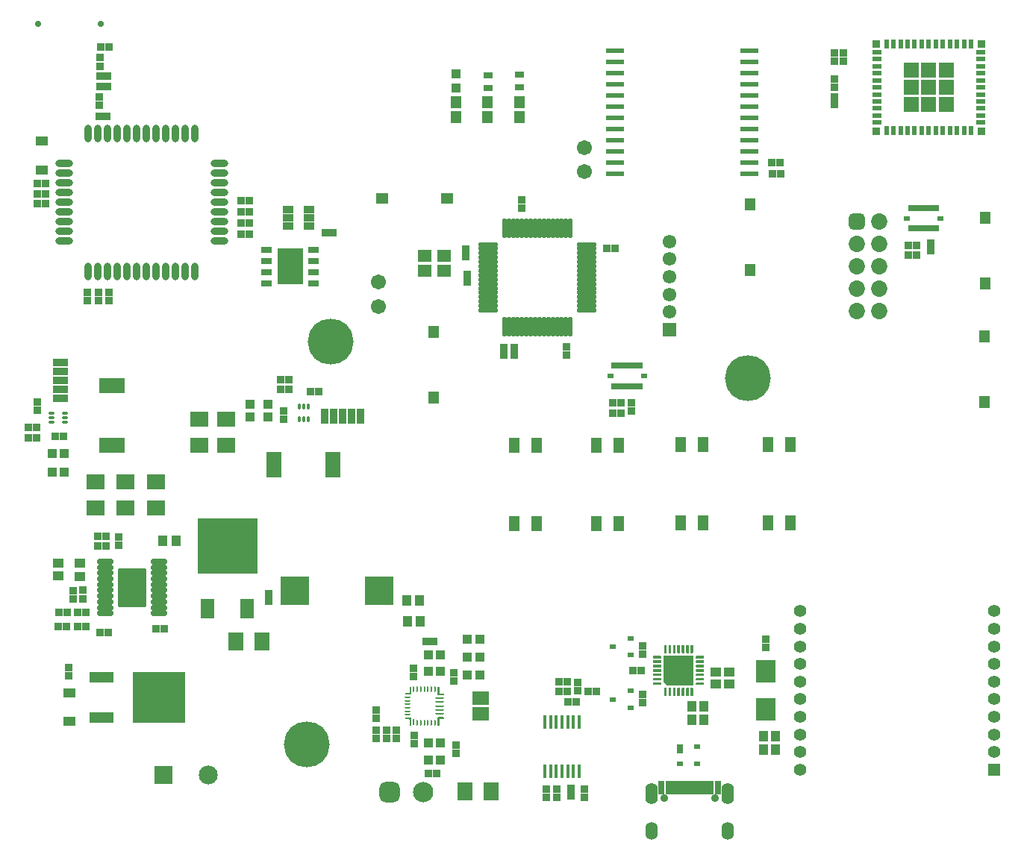
<source format=gts>
G04*
G04 #@! TF.GenerationSoftware,Altium Limited,Altium Designer,21.9.1 (22)*
G04*
G04 Layer_Color=8388736*
%FSLAX25Y25*%
%MOIN*%
G70*
G04*
G04 #@! TF.SameCoordinates,CDD0097E-41E7-41F5-A71D-9F4D08275E7E*
G04*
G04*
G04 #@! TF.FilePolarity,Negative*
G04*
G01*
G75*
%ADD28R,0.07874X0.02362*%
G04:AMPARAMS|DCode=35|XSize=26.38mil|YSize=11.81mil|CornerRadius=1.95mil|HoleSize=0mil|Usage=FLASHONLY|Rotation=180.000|XOffset=0mil|YOffset=0mil|HoleType=Round|Shape=RoundedRectangle|*
%AMROUNDEDRECTD35*
21,1,0.02638,0.00791,0,0,180.0*
21,1,0.02248,0.01181,0,0,180.0*
1,1,0.00390,-0.01124,0.00396*
1,1,0.00390,0.01124,0.00396*
1,1,0.00390,0.01124,-0.00396*
1,1,0.00390,-0.01124,-0.00396*
%
%ADD35ROUNDEDRECTD35*%
%ADD36R,0.04351X0.03961*%
%ADD37R,0.03960X0.05151*%
%ADD40R,0.05151X0.03960*%
%ADD42R,0.26535X0.24528*%
%ADD43R,0.06000X0.08976*%
%ADD45R,0.07505X0.06120*%
%ADD46C,0.00754*%
G04:AMPARAMS|DCode=47|XSize=23.62mil|YSize=7.87mil|CornerRadius=1.97mil|HoleSize=0mil|Usage=FLASHONLY|Rotation=270.000|XOffset=0mil|YOffset=0mil|HoleType=Round|Shape=RoundedRectangle|*
%AMROUNDEDRECTD47*
21,1,0.02362,0.00394,0,0,270.0*
21,1,0.01968,0.00787,0,0,270.0*
1,1,0.00394,-0.00197,-0.00984*
1,1,0.00394,-0.00197,0.00984*
1,1,0.00394,0.00197,0.00984*
1,1,0.00394,0.00197,-0.00984*
%
%ADD47ROUNDEDRECTD47*%
%ADD48C,0.00620*%
G04:AMPARAMS|DCode=49|XSize=7.87mil|YSize=23.62mil|CornerRadius=1.97mil|HoleSize=0mil|Usage=FLASHONLY|Rotation=270.000|XOffset=0mil|YOffset=0mil|HoleType=Round|Shape=RoundedRectangle|*
%AMROUNDEDRECTD49*
21,1,0.00787,0.01968,0,0,270.0*
21,1,0.00394,0.02362,0,0,270.0*
1,1,0.00394,-0.00984,-0.00197*
1,1,0.00394,-0.00984,0.00197*
1,1,0.00394,0.00984,0.00197*
1,1,0.00394,0.00984,-0.00197*
%
%ADD49ROUNDEDRECTD49*%
%ADD50C,0.00689*%
G04:AMPARAMS|DCode=51|XSize=27.56mil|YSize=7.87mil|CornerRadius=1.97mil|HoleSize=0mil|Usage=FLASHONLY|Rotation=270.000|XOffset=0mil|YOffset=0mil|HoleType=Round|Shape=RoundedRectangle|*
%AMROUNDEDRECTD51*
21,1,0.02756,0.00394,0,0,270.0*
21,1,0.02362,0.00787,0,0,270.0*
1,1,0.00394,-0.00197,-0.01181*
1,1,0.00394,-0.00197,0.01181*
1,1,0.00394,0.00197,0.01181*
1,1,0.00394,0.00197,-0.01181*
%
%ADD51ROUNDEDRECTD51*%
G04:AMPARAMS|DCode=52|XSize=25.59mil|YSize=7.87mil|CornerRadius=1.97mil|HoleSize=0mil|Usage=FLASHONLY|Rotation=270.000|XOffset=0mil|YOffset=0mil|HoleType=Round|Shape=RoundedRectangle|*
%AMROUNDEDRECTD52*
21,1,0.02559,0.00394,0,0,270.0*
21,1,0.02165,0.00787,0,0,270.0*
1,1,0.00394,-0.00197,-0.01083*
1,1,0.00394,-0.00197,0.01083*
1,1,0.00394,0.00197,0.01083*
1,1,0.00394,0.00197,-0.01083*
%
%ADD52ROUNDEDRECTD52*%
G04:AMPARAMS|DCode=53|XSize=26.77mil|YSize=7.87mil|CornerRadius=1.97mil|HoleSize=0mil|Usage=FLASHONLY|Rotation=270.000|XOffset=0mil|YOffset=0mil|HoleType=Round|Shape=RoundedRectangle|*
%AMROUNDEDRECTD53*
21,1,0.02677,0.00394,0,0,270.0*
21,1,0.02284,0.00787,0,0,270.0*
1,1,0.00394,-0.00197,-0.01142*
1,1,0.00394,-0.00197,0.01142*
1,1,0.00394,0.00197,0.01142*
1,1,0.00394,0.00197,-0.01142*
%
%ADD53ROUNDEDRECTD53*%
G04:AMPARAMS|DCode=54|XSize=7.87mil|YSize=39.37mil|CornerRadius=1.97mil|HoleSize=0mil|Usage=FLASHONLY|Rotation=270.000|XOffset=0mil|YOffset=0mil|HoleType=Round|Shape=RoundedRectangle|*
%AMROUNDEDRECTD54*
21,1,0.00787,0.03543,0,0,270.0*
21,1,0.00394,0.03937,0,0,270.0*
1,1,0.00394,-0.01772,-0.00197*
1,1,0.00394,-0.01772,0.00197*
1,1,0.00394,0.01772,0.00197*
1,1,0.00394,0.01772,-0.00197*
%
%ADD54ROUNDEDRECTD54*%
G04:AMPARAMS|DCode=55|XSize=7.87mil|YSize=37.4mil|CornerRadius=1.97mil|HoleSize=0mil|Usage=FLASHONLY|Rotation=270.000|XOffset=0mil|YOffset=0mil|HoleType=Round|Shape=RoundedRectangle|*
%AMROUNDEDRECTD55*
21,1,0.00787,0.03347,0,0,270.0*
21,1,0.00394,0.03740,0,0,270.0*
1,1,0.00394,-0.01673,-0.00197*
1,1,0.00394,-0.01673,0.00197*
1,1,0.00394,0.01673,0.00197*
1,1,0.00394,0.01673,-0.00197*
%
%ADD55ROUNDEDRECTD55*%
%ADD57C,0.01063*%
%ADD58R,0.03150X0.02362*%
%ADD82R,0.11811X0.06890*%
G04:AMPARAMS|DCode=83|XSize=26.38mil|YSize=11.81mil|CornerRadius=1.95mil|HoleSize=0mil|Usage=FLASHONLY|Rotation=90.000|XOffset=0mil|YOffset=0mil|HoleType=Round|Shape=RoundedRectangle|*
%AMROUNDEDRECTD83*
21,1,0.02638,0.00791,0,0,90.0*
21,1,0.02248,0.01181,0,0,90.0*
1,1,0.00390,0.00396,0.01124*
1,1,0.00390,0.00396,-0.01124*
1,1,0.00390,-0.00396,-0.01124*
1,1,0.00390,-0.00396,0.01124*
%
%ADD83ROUNDEDRECTD83*%
%ADD84R,0.06890X0.11811*%
%ADD85R,0.03961X0.04351*%
%ADD89R,0.05524X0.04737*%
%ADD90R,0.04737X0.05524*%
%ADD91R,0.03241X0.03398*%
%ADD92R,0.03556X0.03359*%
%ADD93R,0.08280X0.06902*%
%ADD94R,0.03398X0.03241*%
G04:AMPARAMS|DCode=95|XSize=126.11mil|YSize=173.35mil|CornerRadius=5.77mil|HoleSize=0mil|Usage=FLASHONLY|Rotation=0.000|XOffset=0mil|YOffset=0mil|HoleType=Round|Shape=RoundedRectangle|*
%AMROUNDEDRECTD95*
21,1,0.12611,0.16181,0,0,0.0*
21,1,0.11457,0.17335,0,0,0.0*
1,1,0.01154,0.05728,-0.08091*
1,1,0.01154,-0.05728,-0.08091*
1,1,0.01154,-0.05728,0.08091*
1,1,0.01154,0.05728,0.08091*
%
%ADD95ROUNDEDRECTD95*%
G04:AMPARAMS|DCode=96|XSize=25.72mil|YSize=70.99mil|CornerRadius=5.95mil|HoleSize=0mil|Usage=FLASHONLY|Rotation=90.000|XOffset=0mil|YOffset=0mil|HoleType=Round|Shape=RoundedRectangle|*
%AMROUNDEDRECTD96*
21,1,0.02572,0.05909,0,0,90.0*
21,1,0.01382,0.07099,0,0,90.0*
1,1,0.01190,0.02955,0.00691*
1,1,0.01190,0.02955,-0.00691*
1,1,0.01190,-0.02955,-0.00691*
1,1,0.01190,-0.02955,0.00691*
%
%ADD96ROUNDEDRECTD96*%
%ADD97R,0.03359X0.03556*%
%ADD98R,0.13005X0.13005*%
%ADD99R,0.06902X0.08280*%
%ADD100R,0.01378X0.06299*%
%ADD101C,0.11870*%
%ADD102R,0.02756X0.03937*%
%ADD103R,0.02756X0.02362*%
%ADD104R,0.04147X0.04540*%
%ADD105R,0.04540X0.04147*%
%ADD106R,0.06312X0.05524*%
%ADD107C,0.06706*%
%ADD108R,0.05131X0.03359*%
%ADD109R,0.11706X0.16154*%
%ADD110R,0.04580X0.02769*%
%ADD111R,0.06509X0.06509*%
%ADD112R,0.03556X0.03556*%
%ADD113R,0.02375X0.03950*%
%ADD114R,0.03950X0.02375*%
%ADD115R,0.04934X0.05328*%
%ADD116R,0.05131X0.06706*%
%ADD117C,0.02800*%
%ADD118O,0.07887X0.03162*%
%ADD119O,0.03162X0.07887*%
%ADD120R,0.05603X0.04383*%
%ADD121R,0.02178X0.03123*%
%ADD122R,0.03123X0.02178*%
%ADD123O,0.09068X0.01981*%
%ADD124O,0.01981X0.09068*%
%ADD125R,0.03950X0.03162*%
%ADD126R,0.03950X0.03162*%
%ADD127R,0.03950X0.03950*%
%ADD128R,0.01981X0.05918*%
%ADD129R,0.03162X0.05918*%
%ADD130R,0.11036X0.04973*%
%ADD131R,0.23241X0.22973*%
%ADD132R,0.09068X0.10052*%
%ADD133C,0.20485*%
%ADD134R,0.05512X0.05512*%
%ADD135C,0.05512*%
%ADD136C,0.07296*%
G04:AMPARAMS|DCode=137|XSize=72.96mil|YSize=72.96mil|CornerRadius=20.24mil|HoleSize=0mil|Usage=FLASHONLY|Rotation=270.000|XOffset=0mil|YOffset=0mil|HoleType=Round|Shape=RoundedRectangle|*
%AMROUNDEDRECTD137*
21,1,0.07296,0.03248,0,0,270.0*
21,1,0.03248,0.07296,0,0,270.0*
1,1,0.04048,-0.01624,-0.01624*
1,1,0.04048,-0.01624,0.01624*
1,1,0.04048,0.01624,0.01624*
1,1,0.04048,0.01624,-0.01624*
%
%ADD137ROUNDEDRECTD137*%
%ADD138R,0.06115X0.06115*%
%ADD139C,0.06115*%
%ADD140C,0.03556*%
%ADD141O,0.05524X0.07887*%
%ADD142O,0.05524X0.09461*%
G04:AMPARAMS|DCode=143|XSize=90.68mil|YSize=90.68mil|CornerRadius=24.67mil|HoleSize=0mil|Usage=FLASHONLY|Rotation=0.000|XOffset=0mil|YOffset=0mil|HoleType=Round|Shape=RoundedRectangle|*
%AMROUNDEDRECTD143*
21,1,0.09068,0.04134,0,0,0.0*
21,1,0.04134,0.09068,0,0,0.0*
1,1,0.04934,0.02067,-0.02067*
1,1,0.04934,-0.02067,-0.02067*
1,1,0.04934,-0.02067,0.02067*
1,1,0.04934,0.02067,0.02067*
%
%ADD143ROUNDEDRECTD143*%
%ADD144C,0.09068*%
%ADD145C,0.08465*%
%ADD146R,0.08465X0.08465*%
%ADD147C,0.02769*%
G36*
X1058028Y553118D02*
Y553001D01*
X1057938Y552784D01*
X1057771Y552618D01*
X1057555Y552528D01*
X1057320D01*
X1057102Y552618D01*
X1056936Y552784D01*
X1056847Y553001D01*
Y553118D01*
Y556268D01*
X1058028D01*
Y553118D01*
D02*
G37*
G36*
X1056059D02*
Y553001D01*
X1055969Y552784D01*
X1055803Y552618D01*
X1055586Y552528D01*
X1055351D01*
X1055134Y552618D01*
X1054968Y552784D01*
X1054878Y553001D01*
Y553118D01*
Y556268D01*
X1056059D01*
Y553118D01*
D02*
G37*
G36*
X1054091D02*
Y553001D01*
X1054001Y552784D01*
X1053835Y552618D01*
X1053617Y552528D01*
X1053382D01*
X1053166Y552618D01*
X1052999Y552784D01*
X1052909Y553001D01*
Y553118D01*
Y556268D01*
X1054091D01*
X1054091Y553118D01*
D02*
G37*
G36*
X1052122D02*
Y553001D01*
X1052032Y552784D01*
X1051866Y552618D01*
X1051649Y552528D01*
X1051414D01*
X1051197Y552618D01*
X1051031Y552784D01*
X1050941Y553001D01*
Y553118D01*
Y556268D01*
X1052122D01*
Y553118D01*
D02*
G37*
G36*
X1050154D02*
Y553001D01*
X1050064Y552784D01*
X1049897Y552618D01*
X1049681Y552528D01*
X1049446D01*
X1049228Y552618D01*
X1049062Y552784D01*
X1048973Y553001D01*
Y553118D01*
X1048972D01*
Y556268D01*
X1050154D01*
Y553118D01*
D02*
G37*
G36*
X1048185D02*
Y553001D01*
X1048095Y552784D01*
X1047929Y552618D01*
X1047712Y552528D01*
X1047477D01*
X1047260Y552618D01*
X1047094Y552784D01*
X1047004Y553001D01*
Y553118D01*
Y556268D01*
X1048185D01*
Y553118D01*
D02*
G37*
G36*
X1046216D02*
Y553001D01*
X1046127Y552784D01*
X1045961Y552618D01*
X1045743Y552528D01*
X1045508D01*
X1045292Y552618D01*
X1045125Y552784D01*
X1045035Y553001D01*
Y553118D01*
Y556268D01*
X1046216D01*
Y553118D01*
D02*
G37*
G36*
X1062850Y550264D02*
X1059583D01*
X1059366Y550354D01*
X1059200Y550520D01*
X1059110Y550737D01*
Y550854D01*
Y550972D01*
X1059200Y551189D01*
X1059366Y551355D01*
X1059583Y551445D01*
X1062850D01*
Y550264D01*
D02*
G37*
G36*
X1043697Y551355D02*
X1043863Y551189D01*
X1043953Y550972D01*
Y550854D01*
Y550737D01*
X1043863Y550520D01*
X1043697Y550354D01*
X1043480Y550264D01*
X1040213D01*
Y551445D01*
X1043480D01*
X1043697Y551355D01*
D02*
G37*
G36*
X1062850Y548295D02*
X1059583D01*
X1059366Y548385D01*
X1059200Y548551D01*
X1059110Y548768D01*
Y548886D01*
Y549003D01*
X1059200Y549220D01*
X1059366Y549387D01*
X1059583Y549476D01*
X1062850D01*
Y548295D01*
D02*
G37*
G36*
X1043697Y549387D02*
X1043863Y549220D01*
X1043953Y549003D01*
Y548886D01*
Y548768D01*
X1043863Y548551D01*
X1043697Y548385D01*
X1043480Y548295D01*
X1040213D01*
Y549476D01*
X1043480D01*
X1043697Y549387D01*
D02*
G37*
G36*
X1062850Y546327D02*
X1059583D01*
X1059366Y546417D01*
X1059200Y546583D01*
X1059110Y546800D01*
Y546917D01*
Y547035D01*
X1059200Y547252D01*
X1059366Y547418D01*
X1059583Y547508D01*
X1059701D01*
Y547508D01*
X1062850D01*
Y546327D01*
D02*
G37*
G36*
X1043362Y547508D02*
X1043480D01*
X1043697Y547418D01*
X1043863Y547252D01*
X1043953Y547035D01*
Y546917D01*
Y546800D01*
X1043863Y546583D01*
X1043697Y546417D01*
X1043480Y546327D01*
X1040213D01*
Y547508D01*
X1043362Y547508D01*
D02*
G37*
G36*
X1062850Y544358D02*
X1059583D01*
X1059366Y544448D01*
X1059200Y544614D01*
X1059110Y544831D01*
Y544949D01*
Y545066D01*
X1059200Y545283D01*
X1059366Y545449D01*
X1059583Y545539D01*
X1062850D01*
Y544358D01*
D02*
G37*
G36*
X1043697Y545449D02*
X1043863Y545283D01*
X1043953Y545066D01*
Y544949D01*
Y544831D01*
X1043863Y544614D01*
X1043697Y544448D01*
X1043480Y544358D01*
X1040213D01*
Y545539D01*
X1043480D01*
X1043697Y545449D01*
D02*
G37*
G36*
X1062850Y542390D02*
X1059701Y542390D01*
X1059583D01*
X1059366Y542480D01*
X1059200Y542646D01*
X1059110Y542863D01*
Y542980D01*
Y543098D01*
X1059200Y543315D01*
X1059366Y543481D01*
X1059583Y543571D01*
X1062850D01*
Y542390D01*
D02*
G37*
G36*
X1043697Y543481D02*
X1043863Y543315D01*
X1043953Y543098D01*
Y542980D01*
Y542863D01*
X1043863Y542646D01*
X1043697Y542480D01*
X1043480Y542390D01*
X1043362D01*
Y542390D01*
X1040213D01*
Y543571D01*
X1043480D01*
X1043697Y543481D01*
D02*
G37*
G36*
X1062850Y540421D02*
X1059583D01*
X1059366Y540511D01*
X1059200Y540677D01*
X1059110Y540894D01*
Y541012D01*
Y541129D01*
X1059200Y541346D01*
X1059366Y541512D01*
X1059583Y541602D01*
X1062850D01*
Y540421D01*
D02*
G37*
G36*
X1043697Y541512D02*
X1043863Y541346D01*
X1043953Y541129D01*
Y541012D01*
Y540894D01*
X1043863Y540677D01*
X1043697Y540511D01*
X1043480Y540421D01*
X1040213D01*
Y541602D01*
X1043480D01*
X1043697Y541512D01*
D02*
G37*
G36*
X1062850Y538453D02*
X1059583D01*
X1059366Y538543D01*
X1059200Y538709D01*
X1059110Y538926D01*
Y539043D01*
Y539161D01*
X1059200Y539378D01*
X1059366Y539544D01*
X1059583Y539634D01*
X1062850D01*
Y538453D01*
D02*
G37*
G36*
X1043697Y539544D02*
X1043863Y539378D01*
X1043953Y539161D01*
Y539043D01*
Y538926D01*
X1043863Y538709D01*
X1043697Y538543D01*
X1043480Y538453D01*
X1040213D01*
Y539634D01*
X1043480D01*
X1043697Y539544D01*
D02*
G37*
G36*
X1058126Y538354D02*
X1046315D01*
X1044937Y539732D01*
Y551543D01*
X1058126D01*
Y538354D01*
D02*
G37*
G36*
X944496Y537661D02*
X944535D01*
X944608Y537631D01*
X944663Y537576D01*
X944693Y537504D01*
Y537465D01*
X944693D01*
Y534709D01*
X946465Y534709D01*
X946504D01*
X946576Y534679D01*
X946631Y534623D01*
X946661Y534551D01*
Y534512D01*
X946661D01*
X946661Y534118D01*
X946661Y534079D01*
X946631Y534007D01*
X946576Y533951D01*
X946504Y533921D01*
X946465D01*
X946465Y533921D01*
X944102Y533921D01*
X944063Y533921D01*
X943991Y533951D01*
X943935Y534007D01*
X943906Y534079D01*
X943906Y534118D01*
X943906Y537465D01*
X943906Y537504D01*
X943935Y537576D01*
X943991Y537631D01*
X944063Y537661D01*
X944102Y537661D01*
X944102Y537661D01*
X944496Y537661D01*
D02*
G37*
G36*
X932009Y537631D02*
X932065Y537576D01*
X932094Y537504D01*
X932094Y537465D01*
X932094Y534315D01*
X932094Y534315D01*
X932094Y534276D01*
X932065Y534203D01*
X932009Y534148D01*
X931937Y534118D01*
X931898Y534118D01*
X929535D01*
X929496Y534118D01*
X929424Y534148D01*
X929368Y534203D01*
X929339Y534276D01*
X929339Y534315D01*
Y534709D01*
X929339Y534748D01*
X929368Y534820D01*
X929424Y534875D01*
X929496Y534905D01*
X929535Y534905D01*
X931307Y534905D01*
Y537465D01*
Y537504D01*
X931337Y537576D01*
X931392Y537631D01*
X931465Y537661D01*
X931504D01*
X931898Y537661D01*
Y537661D01*
X931937Y537661D01*
X932009Y537631D01*
D02*
G37*
G36*
X1057771Y537280D02*
X1057938Y537114D01*
X1058028Y536897D01*
Y536779D01*
Y533630D01*
X1056847D01*
Y536779D01*
Y536897D01*
X1056936Y537114D01*
X1057102Y537280D01*
X1057320Y537370D01*
X1057555D01*
X1057771Y537280D01*
D02*
G37*
G36*
X1055803D02*
X1055969Y537114D01*
X1056059Y536897D01*
Y536779D01*
Y533630D01*
X1054878D01*
Y536779D01*
Y536897D01*
X1054968Y537114D01*
X1055134Y537280D01*
X1055351Y537370D01*
X1055586D01*
X1055803Y537280D01*
D02*
G37*
G36*
X1053835D02*
X1054001Y537114D01*
X1054091Y536897D01*
Y536779D01*
X1054091D01*
Y533630D01*
X1052909D01*
Y536779D01*
Y536897D01*
X1052999Y537114D01*
X1053166Y537280D01*
X1053382Y537370D01*
X1053617D01*
X1053835Y537280D01*
D02*
G37*
G36*
X1051866D02*
X1052032Y537114D01*
X1052122Y536897D01*
Y536779D01*
Y533630D01*
X1050941D01*
Y536779D01*
Y536897D01*
X1051031Y537114D01*
X1051197Y537280D01*
X1051414Y537370D01*
X1051649D01*
X1051866Y537280D01*
D02*
G37*
G36*
X1049897D02*
X1050064Y537114D01*
X1050154Y536897D01*
Y536779D01*
Y533630D01*
X1048972D01*
X1048973Y536779D01*
Y536897D01*
X1049062Y537114D01*
X1049228Y537280D01*
X1049446Y537370D01*
X1049681D01*
X1049897Y537280D01*
D02*
G37*
G36*
X1047929D02*
X1048095Y537114D01*
X1048185Y536897D01*
Y536779D01*
Y533630D01*
X1047004D01*
Y536779D01*
Y536897D01*
X1047094Y537114D01*
X1047260Y537280D01*
X1047477Y537370D01*
X1047712D01*
X1047929Y537280D01*
D02*
G37*
G36*
X1045961D02*
X1046127Y537114D01*
X1046216Y536897D01*
Y536779D01*
Y533630D01*
X1045035D01*
Y536779D01*
Y536897D01*
X1045125Y537114D01*
X1045292Y537280D01*
X1045508Y537370D01*
X1045743D01*
X1045961Y537280D01*
D02*
G37*
G36*
X946465Y524079D02*
X946504D01*
X946576Y524049D01*
X946631Y523993D01*
X946661Y523921D01*
X946661Y523882D01*
X946661Y523488D01*
X946661Y523488D01*
X946661Y523449D01*
X946632Y523377D01*
X946576Y523321D01*
X946504Y523291D01*
X946465Y523291D01*
X944693D01*
Y520535D01*
X944693Y520535D01*
X944693Y520496D01*
X944663Y520424D01*
X944608Y520368D01*
X944535Y520339D01*
X944496Y520339D01*
X944102D01*
X944063Y520339D01*
X943991Y520368D01*
X943935Y520424D01*
X943906Y520496D01*
X943906Y520535D01*
X943906Y523882D01*
Y523882D01*
X943906Y523921D01*
X943935Y523993D01*
X943991Y524049D01*
X944063Y524079D01*
X944102Y524079D01*
X946465Y524079D01*
X946465Y524079D01*
D02*
G37*
G36*
X932009Y523852D02*
X932065Y523797D01*
X932094Y523724D01*
X932094Y523685D01*
X932094D01*
X932094Y520535D01*
X932094Y520496D01*
X932065Y520424D01*
X932009Y520368D01*
X931937Y520339D01*
X931898Y520339D01*
X931465D01*
X931392Y520369D01*
X931337Y520424D01*
X931307Y520496D01*
Y520535D01*
Y520535D01*
Y523095D01*
X929535D01*
X929496Y523095D01*
X929424Y523124D01*
X929368Y523180D01*
X929339Y523252D01*
X929339Y523291D01*
Y523291D01*
Y523685D01*
X929339Y523724D01*
X929368Y523797D01*
X929424Y523852D01*
X929496Y523882D01*
X929535D01*
Y523882D01*
X931898Y523882D01*
X931937Y523882D01*
X932009Y523852D01*
D02*
G37*
D28*
X1083000Y822000D02*
D03*
Y817000D02*
D03*
Y812000D02*
D03*
Y807000D02*
D03*
Y802000D02*
D03*
Y797000D02*
D03*
Y792000D02*
D03*
Y787000D02*
D03*
Y782000D02*
D03*
Y777000D02*
D03*
Y772000D02*
D03*
Y767000D02*
D03*
X1023000D02*
D03*
Y772000D02*
D03*
Y777000D02*
D03*
Y782000D02*
D03*
Y787000D02*
D03*
Y792000D02*
D03*
Y797000D02*
D03*
Y802000D02*
D03*
Y807000D02*
D03*
Y812000D02*
D03*
Y817000D02*
D03*
Y822000D02*
D03*
D35*
X777413Y656032D02*
D03*
Y658000D02*
D03*
Y659969D02*
D03*
X771587D02*
D03*
Y658000D02*
D03*
Y656032D02*
D03*
D36*
X771742Y642000D02*
D03*
X777258D02*
D03*
X771742Y633500D02*
D03*
X777258D02*
D03*
X962758Y543000D02*
D03*
X957242D02*
D03*
X962758Y551000D02*
D03*
X957242D02*
D03*
X962758Y559000D02*
D03*
X957242D02*
D03*
X945258Y552000D02*
D03*
X939742D02*
D03*
X945258Y544500D02*
D03*
X939742D02*
D03*
X945258Y512500D02*
D03*
X939742D02*
D03*
X945258Y505000D02*
D03*
X939742D02*
D03*
D37*
X821282Y603000D02*
D03*
X827000D02*
D03*
X935914Y576307D02*
D03*
X930195D02*
D03*
X936218Y567000D02*
D03*
X930500D02*
D03*
D40*
X774500Y587141D02*
D03*
Y592859D02*
D03*
X784000Y587000D02*
D03*
Y592718D02*
D03*
D42*
X849976Y600630D02*
D03*
D43*
X841000Y572500D02*
D03*
X858953D02*
D03*
D45*
X963000Y525552D02*
D03*
Y532448D02*
D03*
D46*
X944422Y534389D02*
D03*
D47*
X942724Y536480D02*
D03*
X941150D02*
D03*
X939575D02*
D03*
X938000D02*
D03*
X936425D02*
D03*
X934850D02*
D03*
X933276D02*
D03*
X938000Y521520D02*
D03*
X939575D02*
D03*
X941150D02*
D03*
X942724D02*
D03*
D48*
X931061Y534561D02*
D03*
D49*
X930520Y532937D02*
D03*
Y531362D02*
D03*
Y529787D02*
D03*
Y528213D02*
D03*
Y526638D02*
D03*
Y525063D02*
D03*
D50*
X931578Y523365D02*
D03*
X944422Y523562D02*
D03*
D51*
X933276Y521716D02*
D03*
D52*
X934850Y521618D02*
D03*
D53*
X936425Y521677D02*
D03*
D54*
X944693Y525457D02*
D03*
Y527228D02*
D03*
Y529000D02*
D03*
Y530772D02*
D03*
D55*
X944791Y532543D02*
D03*
D57*
X1045626Y535500D02*
D03*
X1047595D02*
D03*
X1049563D02*
D03*
X1051532Y534221D02*
D03*
X1053500Y535500D02*
D03*
X1055468D02*
D03*
X1057437D02*
D03*
X1060980Y539043D02*
D03*
Y541012D02*
D03*
Y542980D02*
D03*
X1062260Y544949D02*
D03*
X1060980Y546917D02*
D03*
Y548886D02*
D03*
Y550854D02*
D03*
X1057437Y554398D02*
D03*
X1055468D02*
D03*
X1053500D02*
D03*
X1051532Y555480D02*
D03*
X1049563Y554398D02*
D03*
X1047595D02*
D03*
X1045626D02*
D03*
X1042083Y550854D02*
D03*
Y548886D02*
D03*
Y546917D02*
D03*
X1041000Y544949D02*
D03*
X1042083Y542980D02*
D03*
Y541012D02*
D03*
Y539043D02*
D03*
D58*
X1029976Y528260D02*
D03*
Y535740D02*
D03*
X1022024Y532000D02*
D03*
Y555500D02*
D03*
X1029976Y559240D02*
D03*
Y551760D02*
D03*
D82*
X798500Y672287D02*
D03*
Y645713D02*
D03*
D83*
X882032Y662913D02*
D03*
X884000D02*
D03*
X885968D02*
D03*
Y657087D02*
D03*
X884000D02*
D03*
X882032D02*
D03*
D84*
X897287Y637000D02*
D03*
X870713D02*
D03*
D85*
X868000Y658242D02*
D03*
Y663758D02*
D03*
X860000Y658242D02*
D03*
Y663758D02*
D03*
D89*
X948134Y756000D02*
D03*
X919000D02*
D03*
D90*
X942000Y666933D02*
D03*
Y696067D02*
D03*
X1188500Y717933D02*
D03*
Y747067D02*
D03*
X1083500Y723933D02*
D03*
Y753067D02*
D03*
X1188000Y694067D02*
D03*
Y664933D02*
D03*
D91*
X909500Y656768D02*
D03*
Y660232D02*
D03*
X905500Y656768D02*
D03*
Y660232D02*
D03*
X901500Y656768D02*
D03*
Y660232D02*
D03*
X897500Y656768D02*
D03*
Y660232D02*
D03*
X893500Y656768D02*
D03*
Y660232D02*
D03*
X765000Y661268D02*
D03*
Y664732D02*
D03*
X801500Y601035D02*
D03*
Y604500D02*
D03*
X781000Y580465D02*
D03*
Y577000D02*
D03*
X868500Y575768D02*
D03*
Y579232D02*
D03*
X951000Y540268D02*
D03*
Y543732D02*
D03*
X933000Y542268D02*
D03*
Y545732D02*
D03*
X952000Y511465D02*
D03*
Y508000D02*
D03*
X1003500Y492232D02*
D03*
Y488768D02*
D03*
X1030500Y661000D02*
D03*
Y664465D02*
D03*
X956500Y733232D02*
D03*
Y729768D02*
D03*
X957000Y718500D02*
D03*
Y721965D02*
D03*
X1164000Y732500D02*
D03*
Y735965D02*
D03*
X1125000Y820732D02*
D03*
Y817268D02*
D03*
X1121000Y817268D02*
D03*
Y820732D02*
D03*
Y801232D02*
D03*
Y797768D02*
D03*
X973500Y685768D02*
D03*
Y689232D02*
D03*
X978000Y689232D02*
D03*
Y685768D02*
D03*
X1001500Y689500D02*
D03*
Y686035D02*
D03*
X875000Y660732D02*
D03*
Y657268D02*
D03*
D92*
X873630Y675000D02*
D03*
X877370D02*
D03*
Y670500D02*
D03*
X873630D02*
D03*
X761130Y653500D02*
D03*
X764870D02*
D03*
Y649000D02*
D03*
X761130D02*
D03*
X795870Y605000D02*
D03*
X792130D02*
D03*
X795870Y600500D02*
D03*
X792130D02*
D03*
X786870Y571000D02*
D03*
X783130D02*
D03*
X778370D02*
D03*
X774630D02*
D03*
X783130Y564500D02*
D03*
X786870D02*
D03*
X774500D02*
D03*
X778240D02*
D03*
X939630Y499000D02*
D03*
X943370D02*
D03*
X1001870Y535500D02*
D03*
X998130D02*
D03*
X1034870Y545000D02*
D03*
X1031130D02*
D03*
X1022130Y664500D02*
D03*
X1025870D02*
D03*
X1022130Y660000D02*
D03*
X1025870D02*
D03*
X856130Y755000D02*
D03*
X859870D02*
D03*
X856130Y750000D02*
D03*
X859870D02*
D03*
X856000Y745000D02*
D03*
X859740D02*
D03*
X1154130Y735000D02*
D03*
X1157870D02*
D03*
X1154130Y730500D02*
D03*
X1157870D02*
D03*
X1093500Y767000D02*
D03*
X1097240D02*
D03*
X1096870Y772000D02*
D03*
X1093130D02*
D03*
D93*
X837500Y645693D02*
D03*
Y657307D02*
D03*
X849500Y657307D02*
D03*
Y645693D02*
D03*
X791000Y617693D02*
D03*
Y629307D02*
D03*
X804500Y617693D02*
D03*
Y629307D02*
D03*
X818000Y629307D02*
D03*
Y617693D02*
D03*
D94*
X777232Y682500D02*
D03*
X773768D02*
D03*
X777232Y678500D02*
D03*
X773768D02*
D03*
X777232Y674500D02*
D03*
X773768D02*
D03*
X777232Y670500D02*
D03*
X773768D02*
D03*
X777232Y666500D02*
D03*
X773768D02*
D03*
X776732Y649500D02*
D03*
X773268D02*
D03*
X793268Y562000D02*
D03*
X796732D02*
D03*
X938768Y558000D02*
D03*
X942232D02*
D03*
X1001732Y540000D02*
D03*
X998268D02*
D03*
X1005732Y531000D02*
D03*
X1002268D02*
D03*
X893768Y740500D02*
D03*
X897232D02*
D03*
X856268Y740000D02*
D03*
X859732D02*
D03*
X765268Y753500D02*
D03*
X768732D02*
D03*
X765268Y758000D02*
D03*
X768732D02*
D03*
X765268Y762500D02*
D03*
X768732D02*
D03*
X793000Y806000D02*
D03*
X796465D02*
D03*
X792768Y792500D02*
D03*
X796232D02*
D03*
X793000Y810500D02*
D03*
X796465D02*
D03*
X793500Y823500D02*
D03*
X796965D02*
D03*
X1019500Y733500D02*
D03*
X1022965D02*
D03*
X821732Y563500D02*
D03*
X818268D02*
D03*
X890732Y669500D02*
D03*
X887268D02*
D03*
X1014732Y535500D02*
D03*
X1011268D02*
D03*
D95*
X807500Y582000D02*
D03*
D96*
X795492Y593516D02*
D03*
Y590957D02*
D03*
Y588398D02*
D03*
Y585839D02*
D03*
Y583280D02*
D03*
Y580721D02*
D03*
Y578161D02*
D03*
Y575602D02*
D03*
Y573043D02*
D03*
Y570484D02*
D03*
X819508Y593516D02*
D03*
Y590957D02*
D03*
Y588398D02*
D03*
Y585839D02*
D03*
Y583280D02*
D03*
Y580721D02*
D03*
Y578161D02*
D03*
Y575602D02*
D03*
Y573043D02*
D03*
Y570484D02*
D03*
D97*
X785500Y580740D02*
D03*
Y577000D02*
D03*
X916500Y527240D02*
D03*
Y523500D02*
D03*
X925500Y514630D02*
D03*
Y518370D02*
D03*
X921000D02*
D03*
Y514630D02*
D03*
X916500Y518370D02*
D03*
Y514630D02*
D03*
X933500Y515870D02*
D03*
Y512130D02*
D03*
X1009500Y491870D02*
D03*
Y488130D02*
D03*
X997000Y488260D02*
D03*
Y492000D02*
D03*
X992500Y491870D02*
D03*
Y488130D02*
D03*
X1006500Y535760D02*
D03*
Y539500D02*
D03*
X1035500Y555870D02*
D03*
Y552130D02*
D03*
Y534370D02*
D03*
Y530630D02*
D03*
X1090500Y558870D02*
D03*
Y555130D02*
D03*
X797000Y713870D02*
D03*
Y710130D02*
D03*
X792500Y710260D02*
D03*
Y714000D02*
D03*
X787500Y710260D02*
D03*
Y714000D02*
D03*
X792732Y797500D02*
D03*
Y801240D02*
D03*
X793232Y815000D02*
D03*
Y818740D02*
D03*
X1121000Y809370D02*
D03*
Y805630D02*
D03*
X981500Y755370D02*
D03*
Y751630D02*
D03*
X779000Y546370D02*
D03*
Y542630D02*
D03*
D98*
X917898Y580500D02*
D03*
X880102D02*
D03*
D99*
X956193Y491000D02*
D03*
X967807D02*
D03*
X865307Y558000D02*
D03*
X853693D02*
D03*
D100*
X991823Y499976D02*
D03*
X994382D02*
D03*
X996941D02*
D03*
X999500D02*
D03*
X1002059D02*
D03*
X1004618D02*
D03*
X1007177D02*
D03*
Y522024D02*
D03*
X1004618D02*
D03*
X1002059D02*
D03*
X999500D02*
D03*
X996941D02*
D03*
X994382D02*
D03*
X991823D02*
D03*
D101*
X1051532Y544949D02*
D03*
D102*
X1052063Y509953D02*
D03*
D103*
Y503260D02*
D03*
X1059937D02*
D03*
Y510740D02*
D03*
D104*
X1062658Y529000D02*
D03*
X1057343D02*
D03*
X1062658Y523000D02*
D03*
X1057343D02*
D03*
X1094658Y515500D02*
D03*
X1089342D02*
D03*
X1094658Y509500D02*
D03*
X1089342D02*
D03*
D105*
X1068111Y544166D02*
D03*
Y538851D02*
D03*
X1074111Y544166D02*
D03*
Y538851D02*
D03*
D106*
X938169Y730346D02*
D03*
X946831D02*
D03*
Y723654D02*
D03*
X938169D02*
D03*
D107*
X917500Y707500D02*
D03*
Y718500D02*
D03*
X1009500Y768000D02*
D03*
Y778500D02*
D03*
D108*
X886449Y750980D02*
D03*
Y747240D02*
D03*
Y743500D02*
D03*
X877000D02*
D03*
Y747240D02*
D03*
Y750980D02*
D03*
D109*
X878000Y725500D02*
D03*
D110*
X888531Y718000D02*
D03*
Y723000D02*
D03*
Y728000D02*
D03*
Y733000D02*
D03*
X867468Y718000D02*
D03*
Y723000D02*
D03*
Y728000D02*
D03*
Y733000D02*
D03*
D111*
X1163224Y813276D02*
D03*
X1171000D02*
D03*
Y805500D02*
D03*
Y797724D02*
D03*
X1163224D02*
D03*
X1155449D02*
D03*
Y805500D02*
D03*
Y813276D02*
D03*
X1163224Y805500D02*
D03*
D112*
X1139799Y824988D02*
D03*
Y786012D02*
D03*
X1186650D02*
D03*
Y824988D02*
D03*
D113*
X1144327Y824791D02*
D03*
X1147476D02*
D03*
X1150626D02*
D03*
X1153776D02*
D03*
X1156925D02*
D03*
X1160075D02*
D03*
X1163224D02*
D03*
X1166374D02*
D03*
X1169524D02*
D03*
X1172673D02*
D03*
X1175823D02*
D03*
X1178972D02*
D03*
X1182122D02*
D03*
Y786209D02*
D03*
X1178972D02*
D03*
X1175823D02*
D03*
X1172673D02*
D03*
X1169524D02*
D03*
X1166374D02*
D03*
X1163224D02*
D03*
X1160075D02*
D03*
X1156925D02*
D03*
X1153776D02*
D03*
X1150626D02*
D03*
X1147476D02*
D03*
X1144327D02*
D03*
D114*
X1186453Y821248D02*
D03*
Y818098D02*
D03*
Y814949D02*
D03*
Y811799D02*
D03*
Y808650D02*
D03*
Y805500D02*
D03*
Y802350D02*
D03*
Y799201D02*
D03*
Y796051D02*
D03*
Y792902D02*
D03*
Y789752D02*
D03*
X1139996D02*
D03*
Y792902D02*
D03*
Y796051D02*
D03*
Y799201D02*
D03*
Y802350D02*
D03*
Y805500D02*
D03*
Y808650D02*
D03*
Y811799D02*
D03*
Y814949D02*
D03*
Y818098D02*
D03*
Y821248D02*
D03*
D115*
X980500Y792252D02*
D03*
Y798748D02*
D03*
X966000Y792252D02*
D03*
Y798748D02*
D03*
X952000Y792252D02*
D03*
Y798748D02*
D03*
D116*
X1091410Y645994D02*
D03*
X1101410D02*
D03*
Y610955D02*
D03*
X1091410D02*
D03*
X1052410Y645994D02*
D03*
X1062410D02*
D03*
Y610955D02*
D03*
X1052410D02*
D03*
X1014910Y645494D02*
D03*
X1024910D02*
D03*
Y610455D02*
D03*
X1014910D02*
D03*
X978000Y645539D02*
D03*
X988000D02*
D03*
Y610500D02*
D03*
X978000D02*
D03*
D117*
X793500Y834000D02*
D03*
X765500D02*
D03*
D118*
X777020Y741102D02*
D03*
Y745433D02*
D03*
Y749764D02*
D03*
Y754095D02*
D03*
Y758425D02*
D03*
Y762756D02*
D03*
Y767087D02*
D03*
Y771417D02*
D03*
X846311D02*
D03*
Y767087D02*
D03*
Y762756D02*
D03*
Y758425D02*
D03*
Y754095D02*
D03*
Y749764D02*
D03*
Y745433D02*
D03*
Y741102D02*
D03*
Y736772D02*
D03*
X777020D02*
D03*
D119*
X787847Y785000D02*
D03*
X792177D02*
D03*
X796508D02*
D03*
X800839D02*
D03*
X805169D02*
D03*
X809500D02*
D03*
X813831D02*
D03*
X818161D02*
D03*
X822492D02*
D03*
X826823D02*
D03*
X831153D02*
D03*
X835484D02*
D03*
Y723189D02*
D03*
X831153D02*
D03*
X826823D02*
D03*
X822492D02*
D03*
X818161D02*
D03*
X813831D02*
D03*
X809500D02*
D03*
X805169D02*
D03*
X800839D02*
D03*
X796508D02*
D03*
X792177D02*
D03*
X787847D02*
D03*
D120*
X767000Y781437D02*
D03*
Y768563D02*
D03*
X779500Y534937D02*
D03*
Y522063D02*
D03*
D121*
X1022595Y671913D02*
D03*
X1024563D02*
D03*
X1026532D02*
D03*
X1028500D02*
D03*
X1030468D02*
D03*
X1032437D02*
D03*
X1034406D02*
D03*
Y681087D02*
D03*
X1032437D02*
D03*
X1030468D02*
D03*
X1028500D02*
D03*
X1026532D02*
D03*
X1024563D02*
D03*
X1022595D02*
D03*
X1155134Y742413D02*
D03*
X1157102D02*
D03*
X1159071D02*
D03*
X1161039D02*
D03*
X1163008D02*
D03*
X1164976D02*
D03*
X1166945D02*
D03*
Y751587D02*
D03*
X1164976D02*
D03*
X1163008D02*
D03*
X1161039D02*
D03*
X1159071D02*
D03*
X1157102D02*
D03*
X1155134D02*
D03*
D122*
X1036039Y676500D02*
D03*
X1020961D02*
D03*
X1168579Y747000D02*
D03*
X1153500D02*
D03*
D123*
X966405Y735374D02*
D03*
Y733405D02*
D03*
Y731437D02*
D03*
Y729468D02*
D03*
Y727500D02*
D03*
Y725531D02*
D03*
Y723563D02*
D03*
Y721594D02*
D03*
Y719626D02*
D03*
Y717658D02*
D03*
Y715689D02*
D03*
Y713721D02*
D03*
Y711752D02*
D03*
Y709784D02*
D03*
Y707815D02*
D03*
Y705847D02*
D03*
X1010500D02*
D03*
Y707815D02*
D03*
Y709784D02*
D03*
Y711752D02*
D03*
Y713721D02*
D03*
Y715689D02*
D03*
Y717658D02*
D03*
Y719626D02*
D03*
Y721594D02*
D03*
Y723563D02*
D03*
Y725531D02*
D03*
Y727500D02*
D03*
Y729468D02*
D03*
Y731437D02*
D03*
Y733405D02*
D03*
Y735374D02*
D03*
D124*
X973689Y698563D02*
D03*
X975657D02*
D03*
X977626D02*
D03*
X979595D02*
D03*
X981563D02*
D03*
X983531D02*
D03*
X985500D02*
D03*
X987469D02*
D03*
X989437D02*
D03*
X991405D02*
D03*
X993374D02*
D03*
X995343D02*
D03*
X997311D02*
D03*
X999279D02*
D03*
X1001248D02*
D03*
X1003216D02*
D03*
Y742658D02*
D03*
X1001248D02*
D03*
X999279D02*
D03*
X997311D02*
D03*
X995343D02*
D03*
X993374D02*
D03*
X991405D02*
D03*
X989437D02*
D03*
X987469D02*
D03*
X985500D02*
D03*
X983531D02*
D03*
X981563D02*
D03*
X979595D02*
D03*
X977626D02*
D03*
X975657D02*
D03*
X973689D02*
D03*
D125*
X980500Y805646D02*
D03*
Y811354D02*
D03*
D126*
X966500Y810854D02*
D03*
Y805146D02*
D03*
D127*
X952000Y811650D02*
D03*
Y805350D02*
D03*
D128*
X1063390Y492690D02*
D03*
X1061421D02*
D03*
X1059453D02*
D03*
X1057484D02*
D03*
X1055516D02*
D03*
X1053547D02*
D03*
X1051579D02*
D03*
X1049610D02*
D03*
D129*
X1065949D02*
D03*
X1069098D02*
D03*
X1047051D02*
D03*
X1043901D02*
D03*
D130*
X793713Y542000D02*
D03*
Y524000D02*
D03*
D131*
X819500Y533000D02*
D03*
D132*
X1090500Y544465D02*
D03*
Y527535D02*
D03*
D133*
X896000Y692000D02*
D03*
X885500Y512000D02*
D03*
X1082500Y675500D02*
D03*
D134*
X1192307Y500551D02*
D03*
D135*
Y508425D02*
D03*
Y516299D02*
D03*
Y524173D02*
D03*
Y532047D02*
D03*
Y539921D02*
D03*
Y547795D02*
D03*
Y555669D02*
D03*
Y563543D02*
D03*
Y571417D02*
D03*
X1105693D02*
D03*
Y563543D02*
D03*
Y555669D02*
D03*
Y547795D02*
D03*
Y539921D02*
D03*
Y532047D02*
D03*
Y524173D02*
D03*
Y516299D02*
D03*
Y508425D02*
D03*
Y500551D02*
D03*
D136*
X1141000Y705500D02*
D03*
Y715500D02*
D03*
X1131000Y705500D02*
D03*
Y715500D02*
D03*
X1141000Y725500D02*
D03*
X1131000D02*
D03*
X1141000Y745500D02*
D03*
X1131000Y735500D02*
D03*
X1141000D02*
D03*
D137*
X1131000Y745500D02*
D03*
D138*
X1047500Y697252D02*
D03*
D139*
Y705126D02*
D03*
Y713000D02*
D03*
Y720874D02*
D03*
Y728748D02*
D03*
Y736622D02*
D03*
D140*
X1067878Y487798D02*
D03*
X1045122D02*
D03*
D141*
X1073508Y473310D02*
D03*
X1039492D02*
D03*
D142*
X1073508Y489767D02*
D03*
X1039492D02*
D03*
D143*
X922500Y490386D02*
D03*
D144*
X937500D02*
D03*
D145*
X841500Y498248D02*
D03*
D146*
X821500D02*
D03*
D147*
X807500Y587906D02*
D03*
X811437D02*
D03*
X803563D02*
D03*
Y583968D02*
D03*
Y580031D02*
D03*
Y576094D02*
D03*
X811437D02*
D03*
X807500D02*
D03*
X811437Y580031D02*
D03*
X807500D02*
D03*
X811437Y583968D02*
D03*
X807500D02*
D03*
M02*

</source>
